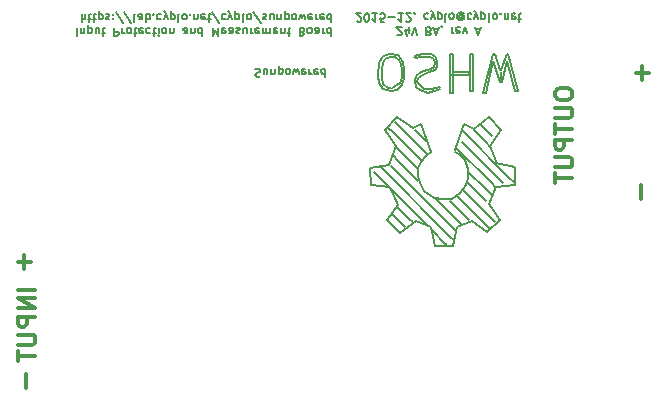
<source format=gbo>
%TF.GenerationSoftware,KiCad,Pcbnew,4.0.1-2.fc23-product*%
%TF.CreationDate,2015-12-31T19:29:04+01:00*%
%TF.ProjectId,sunpowered,73756E706F77657265642E6B69636164,rev?*%
%TF.FileFunction,Legend,Bot*%
%FSLAX46Y46*%
G04 Gerber Fmt 4.6, Leading zero omitted, Abs format (unit mm)*
G04 Created by KiCad (PCBNEW 4.0.1-2.fc23-product) date Thu 31 Dec 2015 19:29:04 CET*
%MOMM*%
G01*
G04 APERTURE LIST*
%ADD10C,0.100000*%
%ADD11C,0.175000*%
%ADD12C,0.300000*%
%ADD13C,0.150000*%
G04 APERTURE END LIST*
D10*
D11*
X136183334Y-93096167D02*
X136216668Y-93129500D01*
X136283334Y-93162833D01*
X136450001Y-93162833D01*
X136516668Y-93129500D01*
X136550001Y-93096167D01*
X136583334Y-93029500D01*
X136583334Y-92962833D01*
X136550001Y-92862833D01*
X136150001Y-92462833D01*
X136583334Y-92462833D01*
X137183335Y-92929500D02*
X137183335Y-92462833D01*
X137016668Y-93196167D02*
X136850001Y-92696167D01*
X137283335Y-92696167D01*
X137450002Y-93162833D02*
X137683335Y-92462833D01*
X137916668Y-93162833D01*
X138783335Y-92862833D02*
X138716668Y-92896167D01*
X138683335Y-92929500D01*
X138650001Y-92996167D01*
X138650001Y-93029500D01*
X138683335Y-93096167D01*
X138716668Y-93129500D01*
X138783335Y-93162833D01*
X138916668Y-93162833D01*
X138983335Y-93129500D01*
X139016668Y-93096167D01*
X139050001Y-93029500D01*
X139050001Y-92996167D01*
X139016668Y-92929500D01*
X138983335Y-92896167D01*
X138916668Y-92862833D01*
X138783335Y-92862833D01*
X138716668Y-92829500D01*
X138683335Y-92796167D01*
X138650001Y-92729500D01*
X138650001Y-92596167D01*
X138683335Y-92529500D01*
X138716668Y-92496167D01*
X138783335Y-92462833D01*
X138916668Y-92462833D01*
X138983335Y-92496167D01*
X139016668Y-92529500D01*
X139050001Y-92596167D01*
X139050001Y-92729500D01*
X139016668Y-92796167D01*
X138983335Y-92829500D01*
X138916668Y-92862833D01*
X139316668Y-92662833D02*
X139650002Y-92662833D01*
X139250002Y-92462833D02*
X139483335Y-93162833D01*
X139716668Y-92462833D01*
X139983335Y-92496167D02*
X139983335Y-92462833D01*
X139950002Y-92396167D01*
X139916668Y-92362833D01*
X140816668Y-92462833D02*
X140816668Y-92929500D01*
X140816668Y-92796167D02*
X140850001Y-92862833D01*
X140883334Y-92896167D01*
X140950001Y-92929500D01*
X141016668Y-92929500D01*
X141516667Y-92496167D02*
X141450001Y-92462833D01*
X141316667Y-92462833D01*
X141250001Y-92496167D01*
X141216667Y-92562833D01*
X141216667Y-92829500D01*
X141250001Y-92896167D01*
X141316667Y-92929500D01*
X141450001Y-92929500D01*
X141516667Y-92896167D01*
X141550001Y-92829500D01*
X141550001Y-92762833D01*
X141216667Y-92696167D01*
X141783334Y-92929500D02*
X141950001Y-92462833D01*
X142116667Y-92929500D01*
X142883333Y-92662833D02*
X143216667Y-92662833D01*
X142816667Y-92462833D02*
X143050000Y-93162833D01*
X143283333Y-92462833D01*
X132766667Y-91941167D02*
X132800001Y-91974500D01*
X132866667Y-92007833D01*
X133033334Y-92007833D01*
X133100001Y-91974500D01*
X133133334Y-91941167D01*
X133166667Y-91874500D01*
X133166667Y-91807833D01*
X133133334Y-91707833D01*
X132733334Y-91307833D01*
X133166667Y-91307833D01*
X133600001Y-92007833D02*
X133666668Y-92007833D01*
X133733334Y-91974500D01*
X133766668Y-91941167D01*
X133800001Y-91874500D01*
X133833334Y-91741167D01*
X133833334Y-91574500D01*
X133800001Y-91441167D01*
X133766668Y-91374500D01*
X133733334Y-91341167D01*
X133666668Y-91307833D01*
X133600001Y-91307833D01*
X133533334Y-91341167D01*
X133500001Y-91374500D01*
X133466668Y-91441167D01*
X133433334Y-91574500D01*
X133433334Y-91741167D01*
X133466668Y-91874500D01*
X133500001Y-91941167D01*
X133533334Y-91974500D01*
X133600001Y-92007833D01*
X134500001Y-91307833D02*
X134100001Y-91307833D01*
X134300001Y-91307833D02*
X134300001Y-92007833D01*
X134233335Y-91907833D01*
X134166668Y-91841167D01*
X134100001Y-91807833D01*
X135133335Y-92007833D02*
X134800002Y-92007833D01*
X134766668Y-91674500D01*
X134800002Y-91707833D01*
X134866668Y-91741167D01*
X135033335Y-91741167D01*
X135100002Y-91707833D01*
X135133335Y-91674500D01*
X135166668Y-91607833D01*
X135166668Y-91441167D01*
X135133335Y-91374500D01*
X135100002Y-91341167D01*
X135033335Y-91307833D01*
X134866668Y-91307833D01*
X134800002Y-91341167D01*
X134766668Y-91374500D01*
X135466669Y-91574500D02*
X136000002Y-91574500D01*
X136700002Y-91307833D02*
X136300002Y-91307833D01*
X136500002Y-91307833D02*
X136500002Y-92007833D01*
X136433336Y-91907833D01*
X136366669Y-91841167D01*
X136300002Y-91807833D01*
X136966669Y-91941167D02*
X137000003Y-91974500D01*
X137066669Y-92007833D01*
X137233336Y-92007833D01*
X137300003Y-91974500D01*
X137333336Y-91941167D01*
X137366669Y-91874500D01*
X137366669Y-91807833D01*
X137333336Y-91707833D01*
X136933336Y-91307833D01*
X137366669Y-91307833D01*
X137700003Y-91341167D02*
X137700003Y-91307833D01*
X137666670Y-91241167D01*
X137633336Y-91207833D01*
X138833336Y-91341167D02*
X138766669Y-91307833D01*
X138633336Y-91307833D01*
X138566669Y-91341167D01*
X138533336Y-91374500D01*
X138500002Y-91441167D01*
X138500002Y-91641167D01*
X138533336Y-91707833D01*
X138566669Y-91741167D01*
X138633336Y-91774500D01*
X138766669Y-91774500D01*
X138833336Y-91741167D01*
X139066669Y-91774500D02*
X139233336Y-91307833D01*
X139400002Y-91774500D02*
X139233336Y-91307833D01*
X139166669Y-91141167D01*
X139133336Y-91107833D01*
X139066669Y-91074500D01*
X139666669Y-91774500D02*
X139666669Y-91074500D01*
X139666669Y-91741167D02*
X139733335Y-91774500D01*
X139866669Y-91774500D01*
X139933335Y-91741167D01*
X139966669Y-91707833D01*
X140000002Y-91641167D01*
X140000002Y-91441167D01*
X139966669Y-91374500D01*
X139933335Y-91341167D01*
X139866669Y-91307833D01*
X139733335Y-91307833D01*
X139666669Y-91341167D01*
X140400002Y-91307833D02*
X140333335Y-91341167D01*
X140300002Y-91407833D01*
X140300002Y-92007833D01*
X140766669Y-91307833D02*
X140700002Y-91341167D01*
X140666669Y-91374500D01*
X140633335Y-91441167D01*
X140633335Y-91641167D01*
X140666669Y-91707833D01*
X140700002Y-91741167D01*
X140766669Y-91774500D01*
X140866669Y-91774500D01*
X140933335Y-91741167D01*
X140966669Y-91707833D01*
X141000002Y-91641167D01*
X141000002Y-91441167D01*
X140966669Y-91374500D01*
X140933335Y-91341167D01*
X140866669Y-91307833D01*
X140766669Y-91307833D01*
X141733335Y-91641167D02*
X141700002Y-91674500D01*
X141633335Y-91707833D01*
X141566668Y-91707833D01*
X141500002Y-91674500D01*
X141466668Y-91641167D01*
X141433335Y-91574500D01*
X141433335Y-91507833D01*
X141466668Y-91441167D01*
X141500002Y-91407833D01*
X141566668Y-91374500D01*
X141633335Y-91374500D01*
X141700002Y-91407833D01*
X141733335Y-91441167D01*
X141733335Y-91707833D02*
X141733335Y-91441167D01*
X141766668Y-91407833D01*
X141800002Y-91407833D01*
X141866668Y-91441167D01*
X141900002Y-91507833D01*
X141900002Y-91674500D01*
X141833335Y-91774500D01*
X141733335Y-91841167D01*
X141600002Y-91874500D01*
X141466668Y-91841167D01*
X141366668Y-91774500D01*
X141300002Y-91674500D01*
X141266668Y-91541167D01*
X141300002Y-91407833D01*
X141366668Y-91307833D01*
X141466668Y-91241167D01*
X141600002Y-91207833D01*
X141733335Y-91241167D01*
X141833335Y-91307833D01*
X142500002Y-91341167D02*
X142433335Y-91307833D01*
X142300002Y-91307833D01*
X142233335Y-91341167D01*
X142200002Y-91374500D01*
X142166668Y-91441167D01*
X142166668Y-91641167D01*
X142200002Y-91707833D01*
X142233335Y-91741167D01*
X142300002Y-91774500D01*
X142433335Y-91774500D01*
X142500002Y-91741167D01*
X142733335Y-91774500D02*
X142900002Y-91307833D01*
X143066668Y-91774500D02*
X142900002Y-91307833D01*
X142833335Y-91141167D01*
X142800002Y-91107833D01*
X142733335Y-91074500D01*
X143333335Y-91774500D02*
X143333335Y-91074500D01*
X143333335Y-91741167D02*
X143400001Y-91774500D01*
X143533335Y-91774500D01*
X143600001Y-91741167D01*
X143633335Y-91707833D01*
X143666668Y-91641167D01*
X143666668Y-91441167D01*
X143633335Y-91374500D01*
X143600001Y-91341167D01*
X143533335Y-91307833D01*
X143400001Y-91307833D01*
X143333335Y-91341167D01*
X144066668Y-91307833D02*
X144000001Y-91341167D01*
X143966668Y-91407833D01*
X143966668Y-92007833D01*
X144433335Y-91307833D02*
X144366668Y-91341167D01*
X144333335Y-91374500D01*
X144300001Y-91441167D01*
X144300001Y-91641167D01*
X144333335Y-91707833D01*
X144366668Y-91741167D01*
X144433335Y-91774500D01*
X144533335Y-91774500D01*
X144600001Y-91741167D01*
X144633335Y-91707833D01*
X144666668Y-91641167D01*
X144666668Y-91441167D01*
X144633335Y-91374500D01*
X144600001Y-91341167D01*
X144533335Y-91307833D01*
X144433335Y-91307833D01*
X144966668Y-91374500D02*
X145000001Y-91341167D01*
X144966668Y-91307833D01*
X144933334Y-91341167D01*
X144966668Y-91374500D01*
X144966668Y-91307833D01*
X145300001Y-91774500D02*
X145300001Y-91307833D01*
X145300001Y-91707833D02*
X145333334Y-91741167D01*
X145400001Y-91774500D01*
X145500001Y-91774500D01*
X145566667Y-91741167D01*
X145600001Y-91674500D01*
X145600001Y-91307833D01*
X146200000Y-91341167D02*
X146133334Y-91307833D01*
X146000000Y-91307833D01*
X145933334Y-91341167D01*
X145900000Y-91407833D01*
X145900000Y-91674500D01*
X145933334Y-91741167D01*
X146000000Y-91774500D01*
X146133334Y-91774500D01*
X146200000Y-91741167D01*
X146233334Y-91674500D01*
X146233334Y-91607833D01*
X145900000Y-91541167D01*
X146433334Y-91774500D02*
X146700000Y-91774500D01*
X146533334Y-92007833D02*
X146533334Y-91407833D01*
X146566667Y-91341167D01*
X146633334Y-91307833D01*
X146700000Y-91307833D01*
X124210002Y-96006667D02*
X124310002Y-95973333D01*
X124476669Y-95973333D01*
X124543336Y-96006667D01*
X124576669Y-96040000D01*
X124610002Y-96106667D01*
X124610002Y-96173333D01*
X124576669Y-96240000D01*
X124543336Y-96273333D01*
X124476669Y-96306667D01*
X124343336Y-96340000D01*
X124276669Y-96373333D01*
X124243336Y-96406667D01*
X124210002Y-96473333D01*
X124210002Y-96540000D01*
X124243336Y-96606667D01*
X124276669Y-96640000D01*
X124343336Y-96673333D01*
X124510002Y-96673333D01*
X124610002Y-96640000D01*
X125210003Y-96440000D02*
X125210003Y-95973333D01*
X124910003Y-96440000D02*
X124910003Y-96073333D01*
X124943336Y-96006667D01*
X125010003Y-95973333D01*
X125110003Y-95973333D01*
X125176669Y-96006667D01*
X125210003Y-96040000D01*
X125543336Y-96440000D02*
X125543336Y-95973333D01*
X125543336Y-96373333D02*
X125576669Y-96406667D01*
X125643336Y-96440000D01*
X125743336Y-96440000D01*
X125810002Y-96406667D01*
X125843336Y-96340000D01*
X125843336Y-95973333D01*
X126176669Y-96440000D02*
X126176669Y-95740000D01*
X126176669Y-96406667D02*
X126243335Y-96440000D01*
X126376669Y-96440000D01*
X126443335Y-96406667D01*
X126476669Y-96373333D01*
X126510002Y-96306667D01*
X126510002Y-96106667D01*
X126476669Y-96040000D01*
X126443335Y-96006667D01*
X126376669Y-95973333D01*
X126243335Y-95973333D01*
X126176669Y-96006667D01*
X126910002Y-95973333D02*
X126843335Y-96006667D01*
X126810002Y-96040000D01*
X126776668Y-96106667D01*
X126776668Y-96306667D01*
X126810002Y-96373333D01*
X126843335Y-96406667D01*
X126910002Y-96440000D01*
X127010002Y-96440000D01*
X127076668Y-96406667D01*
X127110002Y-96373333D01*
X127143335Y-96306667D01*
X127143335Y-96106667D01*
X127110002Y-96040000D01*
X127076668Y-96006667D01*
X127010002Y-95973333D01*
X126910002Y-95973333D01*
X127376668Y-96440000D02*
X127510001Y-95973333D01*
X127643335Y-96306667D01*
X127776668Y-95973333D01*
X127910001Y-96440000D01*
X128443334Y-96006667D02*
X128376668Y-95973333D01*
X128243334Y-95973333D01*
X128176668Y-96006667D01*
X128143334Y-96073333D01*
X128143334Y-96340000D01*
X128176668Y-96406667D01*
X128243334Y-96440000D01*
X128376668Y-96440000D01*
X128443334Y-96406667D01*
X128476668Y-96340000D01*
X128476668Y-96273333D01*
X128143334Y-96206667D01*
X128776668Y-95973333D02*
X128776668Y-96440000D01*
X128776668Y-96306667D02*
X128810001Y-96373333D01*
X128843334Y-96406667D01*
X128910001Y-96440000D01*
X128976668Y-96440000D01*
X129476667Y-96006667D02*
X129410001Y-95973333D01*
X129276667Y-95973333D01*
X129210001Y-96006667D01*
X129176667Y-96073333D01*
X129176667Y-96340000D01*
X129210001Y-96406667D01*
X129276667Y-96440000D01*
X129410001Y-96440000D01*
X129476667Y-96406667D01*
X129510001Y-96340000D01*
X129510001Y-96273333D01*
X129176667Y-96206667D01*
X130110001Y-95973333D02*
X130110001Y-96673333D01*
X130110001Y-96006667D02*
X130043334Y-95973333D01*
X129910001Y-95973333D01*
X129843334Y-96006667D01*
X129810001Y-96040000D01*
X129776667Y-96106667D01*
X129776667Y-96306667D01*
X129810001Y-96373333D01*
X129843334Y-96406667D01*
X129910001Y-96440000D01*
X130043334Y-96440000D01*
X130110001Y-96406667D01*
X109076675Y-92508333D02*
X109076675Y-93208333D01*
X109410008Y-92975000D02*
X109410008Y-92508333D01*
X109410008Y-92908333D02*
X109443341Y-92941667D01*
X109510008Y-92975000D01*
X109610008Y-92975000D01*
X109676674Y-92941667D01*
X109710008Y-92875000D01*
X109710008Y-92508333D01*
X110043341Y-92975000D02*
X110043341Y-92275000D01*
X110043341Y-92941667D02*
X110110007Y-92975000D01*
X110243341Y-92975000D01*
X110310007Y-92941667D01*
X110343341Y-92908333D01*
X110376674Y-92841667D01*
X110376674Y-92641667D01*
X110343341Y-92575000D01*
X110310007Y-92541667D01*
X110243341Y-92508333D01*
X110110007Y-92508333D01*
X110043341Y-92541667D01*
X110976674Y-92975000D02*
X110976674Y-92508333D01*
X110676674Y-92975000D02*
X110676674Y-92608333D01*
X110710007Y-92541667D01*
X110776674Y-92508333D01*
X110876674Y-92508333D01*
X110943340Y-92541667D01*
X110976674Y-92575000D01*
X111210007Y-92975000D02*
X111476673Y-92975000D01*
X111310007Y-93208333D02*
X111310007Y-92608333D01*
X111343340Y-92541667D01*
X111410007Y-92508333D01*
X111476673Y-92508333D01*
X112243340Y-92508333D02*
X112243340Y-93208333D01*
X112510006Y-93208333D01*
X112576673Y-93175000D01*
X112610006Y-93141667D01*
X112643340Y-93075000D01*
X112643340Y-92975000D01*
X112610006Y-92908333D01*
X112576673Y-92875000D01*
X112510006Y-92841667D01*
X112243340Y-92841667D01*
X112943340Y-92508333D02*
X112943340Y-92975000D01*
X112943340Y-92841667D02*
X112976673Y-92908333D01*
X113010006Y-92941667D01*
X113076673Y-92975000D01*
X113143340Y-92975000D01*
X113476673Y-92508333D02*
X113410006Y-92541667D01*
X113376673Y-92575000D01*
X113343339Y-92641667D01*
X113343339Y-92841667D01*
X113376673Y-92908333D01*
X113410006Y-92941667D01*
X113476673Y-92975000D01*
X113576673Y-92975000D01*
X113643339Y-92941667D01*
X113676673Y-92908333D01*
X113710006Y-92841667D01*
X113710006Y-92641667D01*
X113676673Y-92575000D01*
X113643339Y-92541667D01*
X113576673Y-92508333D01*
X113476673Y-92508333D01*
X113910006Y-92975000D02*
X114176672Y-92975000D01*
X114010006Y-93208333D02*
X114010006Y-92608333D01*
X114043339Y-92541667D01*
X114110006Y-92508333D01*
X114176672Y-92508333D01*
X114676672Y-92541667D02*
X114610006Y-92508333D01*
X114476672Y-92508333D01*
X114410006Y-92541667D01*
X114376672Y-92608333D01*
X114376672Y-92875000D01*
X114410006Y-92941667D01*
X114476672Y-92975000D01*
X114610006Y-92975000D01*
X114676672Y-92941667D01*
X114710006Y-92875000D01*
X114710006Y-92808333D01*
X114376672Y-92741667D01*
X115310006Y-92541667D02*
X115243339Y-92508333D01*
X115110006Y-92508333D01*
X115043339Y-92541667D01*
X115010006Y-92575000D01*
X114976672Y-92641667D01*
X114976672Y-92841667D01*
X115010006Y-92908333D01*
X115043339Y-92941667D01*
X115110006Y-92975000D01*
X115243339Y-92975000D01*
X115310006Y-92941667D01*
X115510006Y-92975000D02*
X115776672Y-92975000D01*
X115610006Y-93208333D02*
X115610006Y-92608333D01*
X115643339Y-92541667D01*
X115710006Y-92508333D01*
X115776672Y-92508333D01*
X116010006Y-92508333D02*
X116010006Y-92975000D01*
X116010006Y-93208333D02*
X115976672Y-93175000D01*
X116010006Y-93141667D01*
X116043339Y-93175000D01*
X116010006Y-93208333D01*
X116010006Y-93141667D01*
X116443339Y-92508333D02*
X116376672Y-92541667D01*
X116343339Y-92575000D01*
X116310005Y-92641667D01*
X116310005Y-92841667D01*
X116343339Y-92908333D01*
X116376672Y-92941667D01*
X116443339Y-92975000D01*
X116543339Y-92975000D01*
X116610005Y-92941667D01*
X116643339Y-92908333D01*
X116676672Y-92841667D01*
X116676672Y-92641667D01*
X116643339Y-92575000D01*
X116610005Y-92541667D01*
X116543339Y-92508333D01*
X116443339Y-92508333D01*
X116976672Y-92975000D02*
X116976672Y-92508333D01*
X116976672Y-92908333D02*
X117010005Y-92941667D01*
X117076672Y-92975000D01*
X117176672Y-92975000D01*
X117243338Y-92941667D01*
X117276672Y-92875000D01*
X117276672Y-92508333D01*
X118443338Y-92508333D02*
X118443338Y-92875000D01*
X118410004Y-92941667D01*
X118343338Y-92975000D01*
X118210004Y-92975000D01*
X118143338Y-92941667D01*
X118443338Y-92541667D02*
X118376671Y-92508333D01*
X118210004Y-92508333D01*
X118143338Y-92541667D01*
X118110004Y-92608333D01*
X118110004Y-92675000D01*
X118143338Y-92741667D01*
X118210004Y-92775000D01*
X118376671Y-92775000D01*
X118443338Y-92808333D01*
X118776671Y-92975000D02*
X118776671Y-92508333D01*
X118776671Y-92908333D02*
X118810004Y-92941667D01*
X118876671Y-92975000D01*
X118976671Y-92975000D01*
X119043337Y-92941667D01*
X119076671Y-92875000D01*
X119076671Y-92508333D01*
X119710004Y-92508333D02*
X119710004Y-93208333D01*
X119710004Y-92541667D02*
X119643337Y-92508333D01*
X119510004Y-92508333D01*
X119443337Y-92541667D01*
X119410004Y-92575000D01*
X119376670Y-92641667D01*
X119376670Y-92841667D01*
X119410004Y-92908333D01*
X119443337Y-92941667D01*
X119510004Y-92975000D01*
X119643337Y-92975000D01*
X119710004Y-92941667D01*
X120576670Y-92508333D02*
X120576670Y-93208333D01*
X120810003Y-92708333D01*
X121043336Y-93208333D01*
X121043336Y-92508333D01*
X121643336Y-92541667D02*
X121576670Y-92508333D01*
X121443336Y-92508333D01*
X121376670Y-92541667D01*
X121343336Y-92608333D01*
X121343336Y-92875000D01*
X121376670Y-92941667D01*
X121443336Y-92975000D01*
X121576670Y-92975000D01*
X121643336Y-92941667D01*
X121676670Y-92875000D01*
X121676670Y-92808333D01*
X121343336Y-92741667D01*
X122276670Y-92508333D02*
X122276670Y-92875000D01*
X122243336Y-92941667D01*
X122176670Y-92975000D01*
X122043336Y-92975000D01*
X121976670Y-92941667D01*
X122276670Y-92541667D02*
X122210003Y-92508333D01*
X122043336Y-92508333D01*
X121976670Y-92541667D01*
X121943336Y-92608333D01*
X121943336Y-92675000D01*
X121976670Y-92741667D01*
X122043336Y-92775000D01*
X122210003Y-92775000D01*
X122276670Y-92808333D01*
X122576669Y-92541667D02*
X122643336Y-92508333D01*
X122776669Y-92508333D01*
X122843336Y-92541667D01*
X122876669Y-92608333D01*
X122876669Y-92641667D01*
X122843336Y-92708333D01*
X122776669Y-92741667D01*
X122676669Y-92741667D01*
X122610003Y-92775000D01*
X122576669Y-92841667D01*
X122576669Y-92875000D01*
X122610003Y-92941667D01*
X122676669Y-92975000D01*
X122776669Y-92975000D01*
X122843336Y-92941667D01*
X123476670Y-92975000D02*
X123476670Y-92508333D01*
X123176670Y-92975000D02*
X123176670Y-92608333D01*
X123210003Y-92541667D01*
X123276670Y-92508333D01*
X123376670Y-92508333D01*
X123443336Y-92541667D01*
X123476670Y-92575000D01*
X123810003Y-92508333D02*
X123810003Y-92975000D01*
X123810003Y-92841667D02*
X123843336Y-92908333D01*
X123876669Y-92941667D01*
X123943336Y-92975000D01*
X124010003Y-92975000D01*
X124510002Y-92541667D02*
X124443336Y-92508333D01*
X124310002Y-92508333D01*
X124243336Y-92541667D01*
X124210002Y-92608333D01*
X124210002Y-92875000D01*
X124243336Y-92941667D01*
X124310002Y-92975000D01*
X124443336Y-92975000D01*
X124510002Y-92941667D01*
X124543336Y-92875000D01*
X124543336Y-92808333D01*
X124210002Y-92741667D01*
X124843336Y-92508333D02*
X124843336Y-92975000D01*
X124843336Y-92908333D02*
X124876669Y-92941667D01*
X124943336Y-92975000D01*
X125043336Y-92975000D01*
X125110002Y-92941667D01*
X125143336Y-92875000D01*
X125143336Y-92508333D01*
X125143336Y-92875000D02*
X125176669Y-92941667D01*
X125243336Y-92975000D01*
X125343336Y-92975000D01*
X125410002Y-92941667D01*
X125443336Y-92875000D01*
X125443336Y-92508333D01*
X126043335Y-92541667D02*
X125976669Y-92508333D01*
X125843335Y-92508333D01*
X125776669Y-92541667D01*
X125743335Y-92608333D01*
X125743335Y-92875000D01*
X125776669Y-92941667D01*
X125843335Y-92975000D01*
X125976669Y-92975000D01*
X126043335Y-92941667D01*
X126076669Y-92875000D01*
X126076669Y-92808333D01*
X125743335Y-92741667D01*
X126376669Y-92975000D02*
X126376669Y-92508333D01*
X126376669Y-92908333D02*
X126410002Y-92941667D01*
X126476669Y-92975000D01*
X126576669Y-92975000D01*
X126643335Y-92941667D01*
X126676669Y-92875000D01*
X126676669Y-92508333D01*
X126910002Y-92975000D02*
X127176668Y-92975000D01*
X127010002Y-93208333D02*
X127010002Y-92608333D01*
X127043335Y-92541667D01*
X127110002Y-92508333D01*
X127176668Y-92508333D01*
X128176668Y-92875000D02*
X128276668Y-92841667D01*
X128310001Y-92808333D01*
X128343335Y-92741667D01*
X128343335Y-92641667D01*
X128310001Y-92575000D01*
X128276668Y-92541667D01*
X128210001Y-92508333D01*
X127943335Y-92508333D01*
X127943335Y-93208333D01*
X128176668Y-93208333D01*
X128243335Y-93175000D01*
X128276668Y-93141667D01*
X128310001Y-93075000D01*
X128310001Y-93008333D01*
X128276668Y-92941667D01*
X128243335Y-92908333D01*
X128176668Y-92875000D01*
X127943335Y-92875000D01*
X128743335Y-92508333D02*
X128676668Y-92541667D01*
X128643335Y-92575000D01*
X128610001Y-92641667D01*
X128610001Y-92841667D01*
X128643335Y-92908333D01*
X128676668Y-92941667D01*
X128743335Y-92975000D01*
X128843335Y-92975000D01*
X128910001Y-92941667D01*
X128943335Y-92908333D01*
X128976668Y-92841667D01*
X128976668Y-92641667D01*
X128943335Y-92575000D01*
X128910001Y-92541667D01*
X128843335Y-92508333D01*
X128743335Y-92508333D01*
X129576668Y-92508333D02*
X129576668Y-92875000D01*
X129543334Y-92941667D01*
X129476668Y-92975000D01*
X129343334Y-92975000D01*
X129276668Y-92941667D01*
X129576668Y-92541667D02*
X129510001Y-92508333D01*
X129343334Y-92508333D01*
X129276668Y-92541667D01*
X129243334Y-92608333D01*
X129243334Y-92675000D01*
X129276668Y-92741667D01*
X129343334Y-92775000D01*
X129510001Y-92775000D01*
X129576668Y-92808333D01*
X129910001Y-92508333D02*
X129910001Y-92975000D01*
X129910001Y-92841667D02*
X129943334Y-92908333D01*
X129976667Y-92941667D01*
X130043334Y-92975000D01*
X130110001Y-92975000D01*
X130643334Y-92508333D02*
X130643334Y-93208333D01*
X130643334Y-92541667D02*
X130576667Y-92508333D01*
X130443334Y-92508333D01*
X130376667Y-92541667D01*
X130343334Y-92575000D01*
X130310000Y-92641667D01*
X130310000Y-92841667D01*
X130343334Y-92908333D01*
X130376667Y-92941667D01*
X130443334Y-92975000D01*
X130576667Y-92975000D01*
X130643334Y-92941667D01*
X109510007Y-91353333D02*
X109510007Y-92053333D01*
X109810007Y-91353333D02*
X109810007Y-91720000D01*
X109776673Y-91786667D01*
X109710007Y-91820000D01*
X109610007Y-91820000D01*
X109543340Y-91786667D01*
X109510007Y-91753333D01*
X110043340Y-91820000D02*
X110310006Y-91820000D01*
X110143340Y-92053333D02*
X110143340Y-91453333D01*
X110176673Y-91386667D01*
X110243340Y-91353333D01*
X110310006Y-91353333D01*
X110443340Y-91820000D02*
X110710006Y-91820000D01*
X110543340Y-92053333D02*
X110543340Y-91453333D01*
X110576673Y-91386667D01*
X110643340Y-91353333D01*
X110710006Y-91353333D01*
X110943340Y-91820000D02*
X110943340Y-91120000D01*
X110943340Y-91786667D02*
X111010006Y-91820000D01*
X111143340Y-91820000D01*
X111210006Y-91786667D01*
X111243340Y-91753333D01*
X111276673Y-91686667D01*
X111276673Y-91486667D01*
X111243340Y-91420000D01*
X111210006Y-91386667D01*
X111143340Y-91353333D01*
X111010006Y-91353333D01*
X110943340Y-91386667D01*
X111543339Y-91386667D02*
X111610006Y-91353333D01*
X111743339Y-91353333D01*
X111810006Y-91386667D01*
X111843339Y-91453333D01*
X111843339Y-91486667D01*
X111810006Y-91553333D01*
X111743339Y-91586667D01*
X111643339Y-91586667D01*
X111576673Y-91620000D01*
X111543339Y-91686667D01*
X111543339Y-91720000D01*
X111576673Y-91786667D01*
X111643339Y-91820000D01*
X111743339Y-91820000D01*
X111810006Y-91786667D01*
X112143340Y-91420000D02*
X112176673Y-91386667D01*
X112143340Y-91353333D01*
X112110006Y-91386667D01*
X112143340Y-91420000D01*
X112143340Y-91353333D01*
X112143340Y-91786667D02*
X112176673Y-91753333D01*
X112143340Y-91720000D01*
X112110006Y-91753333D01*
X112143340Y-91786667D01*
X112143340Y-91720000D01*
X112976673Y-92086667D02*
X112376673Y-91186667D01*
X113710006Y-92086667D02*
X113110006Y-91186667D01*
X114043339Y-91353333D02*
X113976672Y-91386667D01*
X113943339Y-91453333D01*
X113943339Y-92053333D01*
X114610006Y-91353333D02*
X114610006Y-91720000D01*
X114576672Y-91786667D01*
X114510006Y-91820000D01*
X114376672Y-91820000D01*
X114310006Y-91786667D01*
X114610006Y-91386667D02*
X114543339Y-91353333D01*
X114376672Y-91353333D01*
X114310006Y-91386667D01*
X114276672Y-91453333D01*
X114276672Y-91520000D01*
X114310006Y-91586667D01*
X114376672Y-91620000D01*
X114543339Y-91620000D01*
X114610006Y-91653333D01*
X114943339Y-91353333D02*
X114943339Y-92053333D01*
X114943339Y-91786667D02*
X115010005Y-91820000D01*
X115143339Y-91820000D01*
X115210005Y-91786667D01*
X115243339Y-91753333D01*
X115276672Y-91686667D01*
X115276672Y-91486667D01*
X115243339Y-91420000D01*
X115210005Y-91386667D01*
X115143339Y-91353333D01*
X115010005Y-91353333D01*
X114943339Y-91386667D01*
X115576672Y-91420000D02*
X115610005Y-91386667D01*
X115576672Y-91353333D01*
X115543338Y-91386667D01*
X115576672Y-91420000D01*
X115576672Y-91353333D01*
X116210005Y-91386667D02*
X116143338Y-91353333D01*
X116010005Y-91353333D01*
X115943338Y-91386667D01*
X115910005Y-91420000D01*
X115876671Y-91486667D01*
X115876671Y-91686667D01*
X115910005Y-91753333D01*
X115943338Y-91786667D01*
X116010005Y-91820000D01*
X116143338Y-91820000D01*
X116210005Y-91786667D01*
X116443338Y-91820000D02*
X116610005Y-91353333D01*
X116776671Y-91820000D02*
X116610005Y-91353333D01*
X116543338Y-91186667D01*
X116510005Y-91153333D01*
X116443338Y-91120000D01*
X117043338Y-91820000D02*
X117043338Y-91120000D01*
X117043338Y-91786667D02*
X117110004Y-91820000D01*
X117243338Y-91820000D01*
X117310004Y-91786667D01*
X117343338Y-91753333D01*
X117376671Y-91686667D01*
X117376671Y-91486667D01*
X117343338Y-91420000D01*
X117310004Y-91386667D01*
X117243338Y-91353333D01*
X117110004Y-91353333D01*
X117043338Y-91386667D01*
X117776671Y-91353333D02*
X117710004Y-91386667D01*
X117676671Y-91453333D01*
X117676671Y-92053333D01*
X118143338Y-91353333D02*
X118076671Y-91386667D01*
X118043338Y-91420000D01*
X118010004Y-91486667D01*
X118010004Y-91686667D01*
X118043338Y-91753333D01*
X118076671Y-91786667D01*
X118143338Y-91820000D01*
X118243338Y-91820000D01*
X118310004Y-91786667D01*
X118343338Y-91753333D01*
X118376671Y-91686667D01*
X118376671Y-91486667D01*
X118343338Y-91420000D01*
X118310004Y-91386667D01*
X118243338Y-91353333D01*
X118143338Y-91353333D01*
X118676671Y-91420000D02*
X118710004Y-91386667D01*
X118676671Y-91353333D01*
X118643337Y-91386667D01*
X118676671Y-91420000D01*
X118676671Y-91353333D01*
X119010004Y-91820000D02*
X119010004Y-91353333D01*
X119010004Y-91753333D02*
X119043337Y-91786667D01*
X119110004Y-91820000D01*
X119210004Y-91820000D01*
X119276670Y-91786667D01*
X119310004Y-91720000D01*
X119310004Y-91353333D01*
X119910003Y-91386667D02*
X119843337Y-91353333D01*
X119710003Y-91353333D01*
X119643337Y-91386667D01*
X119610003Y-91453333D01*
X119610003Y-91720000D01*
X119643337Y-91786667D01*
X119710003Y-91820000D01*
X119843337Y-91820000D01*
X119910003Y-91786667D01*
X119943337Y-91720000D01*
X119943337Y-91653333D01*
X119610003Y-91586667D01*
X120143337Y-91820000D02*
X120410003Y-91820000D01*
X120243337Y-92053333D02*
X120243337Y-91453333D01*
X120276670Y-91386667D01*
X120343337Y-91353333D01*
X120410003Y-91353333D01*
X121143337Y-92086667D02*
X120543337Y-91186667D01*
X121676670Y-91386667D02*
X121610003Y-91353333D01*
X121476670Y-91353333D01*
X121410003Y-91386667D01*
X121376670Y-91420000D01*
X121343336Y-91486667D01*
X121343336Y-91686667D01*
X121376670Y-91753333D01*
X121410003Y-91786667D01*
X121476670Y-91820000D01*
X121610003Y-91820000D01*
X121676670Y-91786667D01*
X121910003Y-91820000D02*
X122076670Y-91353333D01*
X122243336Y-91820000D02*
X122076670Y-91353333D01*
X122010003Y-91186667D01*
X121976670Y-91153333D01*
X121910003Y-91120000D01*
X122510003Y-91820000D02*
X122510003Y-91120000D01*
X122510003Y-91786667D02*
X122576669Y-91820000D01*
X122710003Y-91820000D01*
X122776669Y-91786667D01*
X122810003Y-91753333D01*
X122843336Y-91686667D01*
X122843336Y-91486667D01*
X122810003Y-91420000D01*
X122776669Y-91386667D01*
X122710003Y-91353333D01*
X122576669Y-91353333D01*
X122510003Y-91386667D01*
X123243336Y-91353333D02*
X123176669Y-91386667D01*
X123143336Y-91453333D01*
X123143336Y-92053333D01*
X123610003Y-91353333D02*
X123543336Y-91386667D01*
X123510003Y-91420000D01*
X123476669Y-91486667D01*
X123476669Y-91686667D01*
X123510003Y-91753333D01*
X123543336Y-91786667D01*
X123610003Y-91820000D01*
X123710003Y-91820000D01*
X123776669Y-91786667D01*
X123810003Y-91753333D01*
X123843336Y-91686667D01*
X123843336Y-91486667D01*
X123810003Y-91420000D01*
X123776669Y-91386667D01*
X123710003Y-91353333D01*
X123610003Y-91353333D01*
X124643336Y-92086667D02*
X124043336Y-91186667D01*
X124843335Y-91386667D02*
X124910002Y-91353333D01*
X125043335Y-91353333D01*
X125110002Y-91386667D01*
X125143335Y-91453333D01*
X125143335Y-91486667D01*
X125110002Y-91553333D01*
X125043335Y-91586667D01*
X124943335Y-91586667D01*
X124876669Y-91620000D01*
X124843335Y-91686667D01*
X124843335Y-91720000D01*
X124876669Y-91786667D01*
X124943335Y-91820000D01*
X125043335Y-91820000D01*
X125110002Y-91786667D01*
X125743336Y-91820000D02*
X125743336Y-91353333D01*
X125443336Y-91820000D02*
X125443336Y-91453333D01*
X125476669Y-91386667D01*
X125543336Y-91353333D01*
X125643336Y-91353333D01*
X125710002Y-91386667D01*
X125743336Y-91420000D01*
X126076669Y-91820000D02*
X126076669Y-91353333D01*
X126076669Y-91753333D02*
X126110002Y-91786667D01*
X126176669Y-91820000D01*
X126276669Y-91820000D01*
X126343335Y-91786667D01*
X126376669Y-91720000D01*
X126376669Y-91353333D01*
X126710002Y-91820000D02*
X126710002Y-91120000D01*
X126710002Y-91786667D02*
X126776668Y-91820000D01*
X126910002Y-91820000D01*
X126976668Y-91786667D01*
X127010002Y-91753333D01*
X127043335Y-91686667D01*
X127043335Y-91486667D01*
X127010002Y-91420000D01*
X126976668Y-91386667D01*
X126910002Y-91353333D01*
X126776668Y-91353333D01*
X126710002Y-91386667D01*
X127443335Y-91353333D02*
X127376668Y-91386667D01*
X127343335Y-91420000D01*
X127310001Y-91486667D01*
X127310001Y-91686667D01*
X127343335Y-91753333D01*
X127376668Y-91786667D01*
X127443335Y-91820000D01*
X127543335Y-91820000D01*
X127610001Y-91786667D01*
X127643335Y-91753333D01*
X127676668Y-91686667D01*
X127676668Y-91486667D01*
X127643335Y-91420000D01*
X127610001Y-91386667D01*
X127543335Y-91353333D01*
X127443335Y-91353333D01*
X127910001Y-91820000D02*
X128043334Y-91353333D01*
X128176668Y-91686667D01*
X128310001Y-91353333D01*
X128443334Y-91820000D01*
X128976667Y-91386667D02*
X128910001Y-91353333D01*
X128776667Y-91353333D01*
X128710001Y-91386667D01*
X128676667Y-91453333D01*
X128676667Y-91720000D01*
X128710001Y-91786667D01*
X128776667Y-91820000D01*
X128910001Y-91820000D01*
X128976667Y-91786667D01*
X129010001Y-91720000D01*
X129010001Y-91653333D01*
X128676667Y-91586667D01*
X129310001Y-91353333D02*
X129310001Y-91820000D01*
X129310001Y-91686667D02*
X129343334Y-91753333D01*
X129376667Y-91786667D01*
X129443334Y-91820000D01*
X129510001Y-91820000D01*
X130010000Y-91386667D02*
X129943334Y-91353333D01*
X129810000Y-91353333D01*
X129743334Y-91386667D01*
X129710000Y-91453333D01*
X129710000Y-91720000D01*
X129743334Y-91786667D01*
X129810000Y-91820000D01*
X129943334Y-91820000D01*
X130010000Y-91786667D01*
X130043334Y-91720000D01*
X130043334Y-91653333D01*
X129710000Y-91586667D01*
X130643334Y-91353333D02*
X130643334Y-92053333D01*
X130643334Y-91386667D02*
X130576667Y-91353333D01*
X130443334Y-91353333D01*
X130376667Y-91386667D01*
X130343334Y-91420000D01*
X130310000Y-91486667D01*
X130310000Y-91686667D01*
X130343334Y-91753333D01*
X130376667Y-91786667D01*
X130443334Y-91820000D01*
X130576667Y-91820000D01*
X130643334Y-91786667D01*
D12*
X156825143Y-105854572D02*
X156825143Y-106997429D01*
X157543428Y-96373143D02*
X156400571Y-96373143D01*
X156972000Y-96944571D02*
X156972000Y-95801714D01*
X149546571Y-97992857D02*
X149546571Y-98278571D01*
X149618000Y-98421429D01*
X149760857Y-98564286D01*
X150046571Y-98635714D01*
X150546571Y-98635714D01*
X150832286Y-98564286D01*
X150975143Y-98421429D01*
X151046571Y-98278571D01*
X151046571Y-97992857D01*
X150975143Y-97850000D01*
X150832286Y-97707143D01*
X150546571Y-97635714D01*
X150046571Y-97635714D01*
X149760857Y-97707143D01*
X149618000Y-97850000D01*
X149546571Y-97992857D01*
X149546571Y-99278572D02*
X150760857Y-99278572D01*
X150903714Y-99350000D01*
X150975143Y-99421429D01*
X151046571Y-99564286D01*
X151046571Y-99850000D01*
X150975143Y-99992858D01*
X150903714Y-100064286D01*
X150760857Y-100135715D01*
X149546571Y-100135715D01*
X149546571Y-100635715D02*
X149546571Y-101492858D01*
X151046571Y-101064287D02*
X149546571Y-101064287D01*
X151046571Y-101992858D02*
X149546571Y-101992858D01*
X149546571Y-102564286D01*
X149618000Y-102707144D01*
X149689429Y-102778572D01*
X149832286Y-102850001D01*
X150046571Y-102850001D01*
X150189429Y-102778572D01*
X150260857Y-102707144D01*
X150332286Y-102564286D01*
X150332286Y-101992858D01*
X149546571Y-103492858D02*
X150760857Y-103492858D01*
X150903714Y-103564286D01*
X150975143Y-103635715D01*
X151046571Y-103778572D01*
X151046571Y-104064286D01*
X150975143Y-104207144D01*
X150903714Y-104278572D01*
X150760857Y-104350001D01*
X149546571Y-104350001D01*
X149546571Y-104850001D02*
X149546571Y-105707144D01*
X151046571Y-105278573D02*
X149546571Y-105278573D01*
X104755143Y-121856572D02*
X104755143Y-122999429D01*
X105580571Y-114709143D02*
X104080571Y-114709143D01*
X105580571Y-115423429D02*
X104080571Y-115423429D01*
X105580571Y-116280572D01*
X104080571Y-116280572D01*
X105580571Y-116994858D02*
X104080571Y-116994858D01*
X104080571Y-117566286D01*
X104152000Y-117709144D01*
X104223429Y-117780572D01*
X104366286Y-117852001D01*
X104580571Y-117852001D01*
X104723429Y-117780572D01*
X104794857Y-117709144D01*
X104866286Y-117566286D01*
X104866286Y-116994858D01*
X104080571Y-118494858D02*
X105294857Y-118494858D01*
X105437714Y-118566286D01*
X105509143Y-118637715D01*
X105580571Y-118780572D01*
X105580571Y-119066286D01*
X105509143Y-119209144D01*
X105437714Y-119280572D01*
X105294857Y-119352001D01*
X104080571Y-119352001D01*
X104080571Y-119852001D02*
X104080571Y-120709144D01*
X105580571Y-120280573D02*
X104080571Y-120280573D01*
X105219428Y-112375143D02*
X104076571Y-112375143D01*
X104648000Y-112946571D02*
X104648000Y-111803714D01*
D13*
X140708380Y-110205520D02*
X134807960Y-104305100D01*
X135107680Y-105605580D02*
X135608060Y-106105960D01*
X139707620Y-107205780D02*
X139407900Y-106906060D01*
X137708640Y-104206040D02*
X137906760Y-104406700D01*
X136707880Y-109204760D02*
X136908540Y-109405420D01*
X136207500Y-108706920D02*
X135808720Y-108305600D01*
X137208260Y-108706920D02*
X137507980Y-109006640D01*
X138209020Y-108706920D02*
X138706860Y-109204760D01*
X140208000Y-110705900D02*
X140408660Y-110906560D01*
X140708380Y-110205520D02*
X141008100Y-110505240D01*
X140708380Y-109204760D02*
X141208760Y-109705140D01*
X142206980Y-108706920D02*
X142308580Y-108805980D01*
X141208760Y-108706920D02*
X141607540Y-109105700D01*
X143708120Y-109204760D02*
X144007840Y-109507020D01*
X144208500Y-108706920D02*
X144508220Y-109006640D01*
X136207500Y-103705660D02*
X135907780Y-103405940D01*
X137708640Y-105206800D02*
X138008360Y-105506520D01*
X135608060Y-101206300D02*
X135407400Y-101005640D01*
X137708640Y-103205280D02*
X138209020Y-103705660D01*
X136207500Y-100705920D02*
X136006840Y-100505260D01*
X138209020Y-102704900D02*
X138706860Y-103205280D01*
X138209020Y-101706680D02*
X138607800Y-102105460D01*
X143708120Y-106205020D02*
X144208500Y-106705400D01*
X144208500Y-105707180D02*
X144508220Y-106006900D01*
X143708120Y-102207060D02*
X144106900Y-102605840D01*
X145707100Y-105206800D02*
X146108420Y-105605580D01*
X144208500Y-101706680D02*
X143207740Y-100705920D01*
X143708120Y-102207060D02*
X142707360Y-101206300D01*
X145707100Y-105206800D02*
X141709140Y-101206300D01*
X145209260Y-105707180D02*
X141709140Y-102207060D01*
X144208500Y-105707180D02*
X141208760Y-102704900D01*
X138209020Y-101706680D02*
X137708640Y-101206300D01*
X138209020Y-102704900D02*
X136207500Y-100705920D01*
X137708640Y-103205280D02*
X135707120Y-101206300D01*
X137708640Y-104206040D02*
X136207500Y-102704900D01*
X137708640Y-105206800D02*
X136207500Y-103705660D01*
X140208000Y-110705900D02*
X139207240Y-109705140D01*
X136707880Y-109204760D02*
X136207500Y-108706920D01*
X137208260Y-108706920D02*
X136207500Y-107706160D01*
X135206740Y-105707180D02*
X134208520Y-104706420D01*
X138209020Y-108706920D02*
X135707120Y-106205020D01*
X140708380Y-109204760D02*
X135707120Y-104206040D01*
X143708120Y-106205020D02*
X142206980Y-104706420D01*
X143708120Y-107205780D02*
X142206980Y-105707180D01*
X141208760Y-108706920D02*
X139707620Y-107205780D01*
X144208500Y-108706920D02*
X141709140Y-106205020D01*
X143708120Y-109204760D02*
X141208760Y-106705400D01*
X142206980Y-108706920D02*
X140708380Y-107205780D01*
X145008600Y-96906080D02*
X145008600Y-96306640D01*
X143507460Y-98005900D02*
X144307560Y-94706440D01*
X144307560Y-94706440D02*
X144508220Y-94706440D01*
X144508220Y-94706440D02*
X144907000Y-96105980D01*
X144907000Y-96105980D02*
X145008600Y-96105980D01*
X145008600Y-96105980D02*
X145508980Y-94706440D01*
X145508980Y-94706440D02*
X145608040Y-94706440D01*
X145608040Y-94706440D02*
X146408140Y-97906840D01*
X146408140Y-97906840D02*
X146207480Y-97906840D01*
X146207480Y-97906840D02*
X145508980Y-95305880D01*
X145508980Y-95305880D02*
X145107660Y-97106740D01*
X145107660Y-97106740D02*
X144907000Y-97106740D01*
X144907000Y-97106740D02*
X144307560Y-95305880D01*
X144307560Y-95305880D02*
X143708120Y-98005900D01*
X143708120Y-98005900D02*
X143507460Y-98005900D01*
X140807440Y-96504760D02*
X142308580Y-96504760D01*
X142308580Y-96504760D02*
X142308580Y-96306640D01*
X142308580Y-96306640D02*
X140909040Y-96306640D01*
X142407640Y-97906840D02*
X142407640Y-94706440D01*
X142407640Y-94706440D02*
X142608300Y-94706440D01*
X142608300Y-94706440D02*
X142608300Y-97906840D01*
X142608300Y-97906840D02*
X142407640Y-97906840D01*
X140909040Y-98005900D02*
X140807440Y-98005900D01*
X140708380Y-98005900D02*
X140708380Y-94706440D01*
X140708380Y-94706440D02*
X140909040Y-94706440D01*
X140909040Y-94706440D02*
X140909040Y-98005900D01*
X139809220Y-97706180D02*
X139707620Y-97805240D01*
X139707620Y-97805240D02*
X139308840Y-97906840D01*
X139308840Y-97906840D02*
X138808460Y-98005900D01*
X138808460Y-98005900D02*
X138107420Y-97805240D01*
X138107420Y-97805240D02*
X137807700Y-97505520D01*
X137807700Y-97505520D02*
X137708640Y-97005140D01*
X137708640Y-97005140D02*
X137807700Y-96606360D01*
X137807700Y-96606360D02*
X138209020Y-96306640D01*
X138209020Y-96306640D02*
X138706860Y-96105980D01*
X138706860Y-96105980D02*
X139108180Y-96006920D01*
X139108180Y-96006920D02*
X139308840Y-95806260D01*
X139308840Y-95806260D02*
X139407900Y-95506540D01*
X139407900Y-95506540D02*
X139308840Y-95206820D01*
X139308840Y-95206820D02*
X139009120Y-95006160D01*
X139009120Y-95006160D02*
X138607800Y-95006160D01*
X138607800Y-95006160D02*
X138107420Y-95006160D01*
X138107420Y-95006160D02*
X137807700Y-95105220D01*
X137807700Y-95105220D02*
X137607040Y-95006160D01*
X137607040Y-95006160D02*
X137906760Y-94805500D01*
X137906760Y-94805500D02*
X138508740Y-94706440D01*
X138508740Y-94706440D02*
X139108180Y-94706440D01*
X139108180Y-94706440D02*
X139506960Y-95006160D01*
X139506960Y-95006160D02*
X139608560Y-95506540D01*
X139608560Y-95506540D02*
X139608560Y-95806260D01*
X139608560Y-95806260D02*
X139407900Y-96105980D01*
X139407900Y-96105980D02*
X138907520Y-96306640D01*
X138907520Y-96306640D02*
X138407140Y-96504760D01*
X138407140Y-96504760D02*
X138008360Y-96807020D01*
X138008360Y-96807020D02*
X137906760Y-97106740D01*
X137906760Y-97106740D02*
X138107420Y-97406460D01*
X138107420Y-97406460D02*
X138508740Y-97706180D01*
X138508740Y-97706180D02*
X139108180Y-97706180D01*
X139108180Y-97706180D02*
X139506960Y-97607120D01*
X139506960Y-97607120D02*
X139809220Y-97505520D01*
X135707120Y-97607120D02*
X135407400Y-97607120D01*
X135407400Y-97607120D02*
X135008620Y-97304860D01*
X135008620Y-97304860D02*
X134907020Y-96807020D01*
X134907020Y-96807020D02*
X134907020Y-96006920D01*
X134907020Y-96006920D02*
X135008620Y-95506540D01*
X135008620Y-95506540D02*
X135206740Y-95206820D01*
X135206740Y-95206820D02*
X135608060Y-95006160D01*
X135608060Y-95006160D02*
X136006840Y-95006160D01*
X136006840Y-95006160D02*
X136408160Y-95305880D01*
X136408160Y-95305880D02*
X136608820Y-96006920D01*
X136608820Y-96006920D02*
X136608820Y-96807020D01*
X136608820Y-96807020D02*
X136408160Y-97205800D01*
X136408160Y-97205800D02*
X136207500Y-97406460D01*
X136207500Y-97406460D02*
X135808720Y-97607120D01*
X135707120Y-97906840D02*
X135308340Y-97805240D01*
X135308340Y-97805240D02*
X135008620Y-97706180D01*
X135008620Y-97706180D02*
X134708900Y-97205800D01*
X134708900Y-97205800D02*
X134607300Y-96606360D01*
X134607300Y-96606360D02*
X134708900Y-95506540D01*
X134708900Y-95506540D02*
X135008620Y-94907100D01*
X135008620Y-94907100D02*
X135608060Y-94706440D01*
X135608060Y-94706440D02*
X136309100Y-94805500D01*
X136309100Y-94805500D02*
X136707880Y-95404940D01*
X136707880Y-95404940D02*
X136806940Y-96105980D01*
X136806940Y-96105980D02*
X136806940Y-96807020D01*
X136806940Y-96807020D02*
X136608820Y-97406460D01*
X136608820Y-97406460D02*
X136207500Y-97805240D01*
X136207500Y-97805240D02*
X135707120Y-97906840D01*
X139108180Y-103004620D02*
X138607800Y-103405940D01*
X138607800Y-103405940D02*
X138209020Y-103906320D01*
X138209020Y-103906320D02*
X138008360Y-104406700D01*
X138008360Y-104406700D02*
X138008360Y-105105200D01*
X138008360Y-105105200D02*
X138109960Y-105704640D01*
X138109960Y-105704640D02*
X138508740Y-106306620D01*
X138508740Y-106306620D02*
X139308840Y-106906060D01*
X139308840Y-106906060D02*
X140108940Y-107005120D01*
X140108940Y-107005120D02*
X140809980Y-107005120D01*
X140809980Y-107005120D02*
X141508480Y-106504740D01*
X141508480Y-106504740D02*
X142008860Y-105806240D01*
X142008860Y-105806240D02*
X142209520Y-105206800D01*
X142209520Y-105206800D02*
X142209520Y-104505760D01*
X142209520Y-104505760D02*
X141909800Y-103705660D01*
X141909800Y-103705660D02*
X141409420Y-103205280D01*
X141409420Y-103205280D02*
X141109700Y-103004620D01*
X141109700Y-102905560D02*
X141859000Y-100655120D01*
X141859000Y-100655120D02*
X142709900Y-101104700D01*
X142709900Y-101104700D02*
X144007840Y-100106480D01*
X144007840Y-100106480D02*
X145008600Y-101206300D01*
X145008600Y-101206300D02*
X144109440Y-102506780D01*
X144109440Y-102506780D02*
X144609820Y-103804720D01*
X144609820Y-103804720D02*
X144609820Y-104005380D01*
X144609820Y-104005380D02*
X146210020Y-104305100D01*
X146210020Y-104305100D02*
X146210020Y-105806240D01*
X146210020Y-105806240D02*
X144609820Y-106004360D01*
X144609820Y-106004360D02*
X144007840Y-107406440D01*
X144007840Y-107406440D02*
X144909540Y-108805980D01*
X144909540Y-108805980D02*
X143809720Y-109806740D01*
X143809720Y-109806740D02*
X142509240Y-108905040D01*
X142509240Y-108905040D02*
X141307820Y-109405420D01*
X141307820Y-109405420D02*
X140909040Y-111005620D01*
X140909040Y-111005620D02*
X139407900Y-111005620D01*
X139407900Y-111005620D02*
X139108180Y-109405420D01*
X139108180Y-109405420D02*
X137807700Y-108905040D01*
X137807700Y-108905040D02*
X136408160Y-109905800D01*
X136408160Y-109905800D02*
X135308340Y-108805980D01*
X135308340Y-108805980D02*
X136309100Y-107505500D01*
X136309100Y-107505500D02*
X135608060Y-106004360D01*
X135608060Y-106004360D02*
X134007860Y-105806240D01*
X134007860Y-105806240D02*
X133908800Y-104406700D01*
X133908800Y-104406700D02*
X135509000Y-104104440D01*
X135509000Y-104104440D02*
X136108440Y-102506780D01*
X136108440Y-102506780D02*
X135209280Y-101206300D01*
X135209280Y-101206300D02*
X136210040Y-100106480D01*
X136210040Y-100106480D02*
X137507980Y-101005640D01*
X137507980Y-101005640D02*
X138209020Y-100705920D01*
X138209020Y-100705920D02*
X139108180Y-103004620D01*
M02*

</source>
